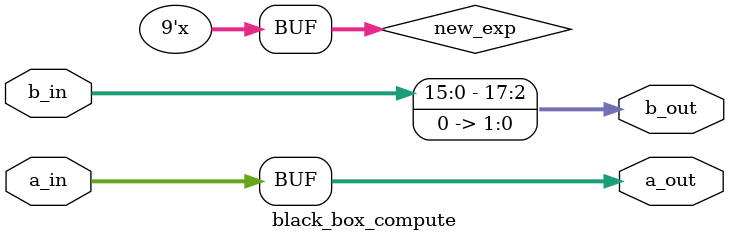
<source format=v>
`timescale 1ns / 1ps

module block_ram_test(
	input  wire [7:0]  hi_in,
	output wire [1:0]  hi_out,
	inout  wire [15:0] hi_inout,
	inout  wire        hi_aa,

	output wire        i2c_sda,
	output wire        i2c_scl,
	output wire        hi_muxsel,

	input  wire        clk1,
	output wire [7:0]  led
	);

// Target interface bus:
wire         ti_clk;
wire [30:0]  ok1;
wire [16:0]  ok2;

assign i2c_sda = 1'bz;
assign i2c_scl = 1'bz;
assign hi_muxsel = 1'b0;

// Endpoint connections:
wire [15:0]  ep00wire;
wire [15:0]  rcv_errors;



// Pipe In
wire        pipe_in_write;
wire        pipe_in_ready;
wire [15:0] pipe_in_data;

// Pipe Out
wire        pipe_out_read;
wire        pipe_out_valid;
wire [15:0] pipe_out_data;

wire [15:0] WireIn10;
wire [15:0] TrigIn40;
wire [15:0] TrigIn41;
wire [15:0] TrigOut60;

wire reset;
wire start;

assign reset        = WireIn10[0];
assign start        = TrigIn40[0];

// PERFORM READ/COMPUTE/WRITE CYCLE ON RAM CONTENTS
reg read_complete;
reg execute_complete;
reg execute;
reg write;
reg [9:0] compute_index;
always @ (posedge clk1) begin
    if (reset == 1'b1) begin
        read_complete <= 1'b1;
        execute <= 0;
        write <= 0;
        execute_complete <= 0;
    end else begin
        if (start == 1'b1 || execute == 1'b1) begin
            execute <= 1'b1;
            execute_complete <= 0;
            if (compute_index[9] == 1'b0) begin
                execute <= 1'b1;
                if (read_complete == 1'b1) begin
                    read_complete <= 1'b0;
                    write <= 1'b1;
                end else begin
                    read_complete <= 1'b1;
                    write <= 0;
                end
            end else begin
                execute <= 1'b0;
                execute_complete <= 1'b1;
            end
        end
    end   
end

assign TrigOut60[0] = execute_complete;


always @ (negedge clk1) begin
    if (reset == 1'b1) begin
        compute_index <= 0;
    end else begin
        compute_index <= compute_index;
        if (read_complete == 1'b1 && execute == 1'b1) compute_index <= compute_index + 1'b1;
        //if (compute_index[9] == 1'b1) compute_index <= compute_index;
    end
end


wire [31:0] bbc_a_data;
wire [31:0] bbc_a_out;
assign led = 8'b10101010;
reg [9:0] ramI_addrA, ramO_addrA;
always @(posedge ti_clk) begin
	if (reset == 1'b1) begin
		ramI_addrA <= 10'd0;
		ramO_addrA <= 10'd0;
	end else begin
		if (pipe_in_write == 1'b1)
			ramI_addrA <= ramI_addrA + 1;
		if (pipe_out_read == 1'b1)
			ramO_addrA <= ramO_addrA + 1;
	end
end

wire [9:0] pipe_addr;
assign pipe_addr = pipe_in_write ? ramI_addrA : ramO_addrA;

/*
// 16-bit wide data
RAMB16_S18_S18 ram_O(.CLKA(ti_clk), .SSRA(reset), .ENA(1'b1),
                     .WEA(pipe_in_write), .ADDRA(pipe_addr),
                     .DIA(pipe_in_data), .DIPA(2'b0), .DOA(pipe_out_data), .DOPA(),
                     .CLKB(clk1), .SSRB(reset), .ENB(1'b1),
                     .WEB(write), .ADDRB(compute_index),
                     .DIB(bbc_a_out[15:0]), .DIPB(2'b0), .DOB(bbc_a_data[15:0]), .DOPB());      
*/
// 32-bit wide data
RAMB16_S18_S36 ram_O(.CLKA(ti_clk), .SSRA(reset), .ENA(1'b1),
                     .WEA(pipe_in_write), .ADDRA(pipe_addr),
                     .DIA(pipe_in_data), .DIPA(2'b0), .DOA(pipe_out_data), .DOPA(),
                     .CLKB(clk1), .SSRB(reset), .ENB(1'b1),
                     .WEB(write), .ADDRB(compute_index),
                     .DIB(bbc_a_out), .DIPB(2'b0), .DOB(bbc_a_data), .DOPB()); 
/*
bram_tdp #( .DATA(16), .ADDR(9) ) RAM_0(    .a_clk(ti_clk),
                                            .a_wr(pipe_in_write),
                                            .a_addr(pipe_addr[8:0]),
                                            .a_din(pipe_in_data),
                                            .a_dout(pipe_out_data),
                                            
                                            .b_clk(clk1),
                                            .b_wr(write),
                                            .b_addr(compute_index[8:0]),
                                            .b_din(bbc_a_out[15:0]),
                                            .b_dout(bbc_a_data[15:0])
                                            );

*/                     
black_box_compute #( .DATA(32) ) bbc0 (     .a_in(bbc_a_data), 
                                            .b_in(), 
                                            .a_out(bbc_a_out), 
                                            .b_out() 
                                            );
                                          
// Instantiate the okHost and connect endpoints.
// Host interface
okHost okHI(
	.hi_in(hi_in), .hi_out(hi_out), .hi_inout(hi_inout), .hi_aa(hi_aa), .ti_clk(ti_clk),
	.ok1(ok1), .ok2(ok2));

wire [17*3-1:0]  ok2x;

okWireOR # (.N(3)) wireOR (ok2, ok2x);

okWireIn     ep10 (.ok1(ok1),                           .ep_addr(8'h10), .ep_dataout(WireIn10));
okTriggerIn  ep40 (.ok1(ok1),                           .ep_addr(8'h40), .ep_clk(clk1), .ep_trigger(TrigIn40));
okTriggerIn  ep41 (.ok1(ok1),                           .ep_addr(8'h41), .ep_clk(ti_clk), .ep_trigger(TrigIn41));
okTriggerOut ep60 (.ok1(ok1), .ok2(ok2x[ 0*17 +: 17 ]), .ep_addr(8'h60), .ep_clk(clk1), .ep_trigger(TrigOut60));
okPipeIn     ep80 (.ok1(ok1), .ok2(ok2x[ 1*17 +: 17 ]), .ep_addr(8'h80), .ep_write(pipe_in_write), .ep_dataout(pipe_in_data));
okPipeOut    epA0 (.ok1(ok1), .ok2(ok2x[ 2*17 +: 17 ]), .ep_addr(8'ha0), .ep_read(pipe_out_read), .ep_datain(pipe_out_data));
endmodule


// A parameterized, inferable, true dual-port, dual-clock block RAM in Verilog.
// http://danstrother.com/2010/09/11/inferring-rams-in-fpgas/
module bram_tdp #(
    parameter DATA = 18,
    parameter ADDR = 9
) (
    // Port A
    input   wire                a_clk,
    input   wire                a_wr,
    input   wire    [ADDR-1:0]  a_addr,
    input   wire    [DATA-1:0]  a_din,
    output  reg     [DATA-1:0]  a_dout,
    
    // Port B
    input   wire                b_clk,
    input   wire                b_wr,
    input   wire    [ADDR-1:0]  b_addr,
    input   wire    [DATA-1:0]  b_din,
    output  reg     [DATA-1:0]  b_dout
);

// Shared memory
reg [DATA-1:0] mem [(2**ADDR)-1:0];

// Port A
always @(posedge a_clk) begin
    a_dout      <= mem[a_addr];
    if(a_wr) begin
        a_dout      <= a_din;
        mem[a_addr] <= a_din;
    end
end

// Port B
always @(posedge b_clk) begin
    b_dout      <= mem[b_addr];
    if(b_wr) begin
        b_dout      <= b_din;
        mem[b_addr] <= b_din;
    end
end

endmodule

module black_box_compute #(
    parameter DATA = 18
    ) (
    input   signed  [DATA-1:0]  a_in,
    input   signed  [DATA-1:0]  b_in,
    output  signed  [DATA-1:0]  a_out,
    output  signed  [DATA-1:0]  b_out
    );

//assign a_out = a_in + 1;

//add add1( .x(a_in), .y(32'h4000_000), .out(a_out) ); //floating point add 2
wire signed [8:0] new_exp;
assign new_exp = a_in[30:23] + 1;

assign a_out = {a_in[31], new_exp, a_in[22:0]};
assign b_out = b_in << 2;

endmodule

</source>
